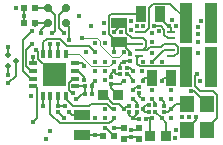
<source format=gbr>
G04 #@! TF.GenerationSoftware,KiCad,Pcbnew,(5.1.0)-1*
G04 #@! TF.CreationDate,2019-09-19T19:12:12-07:00*
G04 #@! TF.ProjectId,WireFreeV4_Release,57697265-4672-4656-9556-345f52656c65,rev?*
G04 #@! TF.SameCoordinates,Original*
G04 #@! TF.FileFunction,Copper,L6,Bot*
G04 #@! TF.FilePolarity,Positive*
%FSLAX46Y46*%
G04 Gerber Fmt 4.6, Leading zero omitted, Abs format (unit mm)*
G04 Created by KiCad (PCBNEW (5.1.0)-1) date 2019-09-19 19:12:12*
%MOMM*%
%LPD*%
G04 APERTURE LIST*
%ADD10R,0.930000X1.320000*%
%ADD11R,1.000000X3.400000*%
%ADD12R,1.200000X1.400000*%
%ADD13R,0.320000X0.740000*%
%ADD14R,0.740000X0.320000*%
%ADD15R,1.050000X1.050000*%
%ADD16R,0.660000X0.260000*%
%ADD17R,0.490000X0.560000*%
%ADD18R,0.560000X0.490000*%
%ADD19R,0.890000X0.920000*%
%ADD20C,0.700000*%
%ADD21C,0.508000*%
%ADD22R,1.320000X0.930000*%
%ADD23R,0.340000X0.310000*%
%ADD24R,0.310000X0.340000*%
%ADD25R,0.580000X0.630000*%
%ADD26C,0.450000*%
%ADD27C,0.152400*%
%ADD28C,0.101600*%
G04 APERTURE END LIST*
D10*
X129113700Y-89730580D03*
X130753700Y-89730580D03*
D11*
X135063920Y-90474800D03*
X132963920Y-90474800D03*
D12*
X134691860Y-99491800D03*
X134691860Y-97291800D03*
X132991860Y-97291800D03*
X132991860Y-99491800D03*
D13*
X122760380Y-96656380D03*
X122110380Y-96656380D03*
X121460380Y-96656380D03*
X120810380Y-96656380D03*
D14*
X119990380Y-95836380D03*
X119990380Y-95186380D03*
X119990380Y-94536380D03*
X119990380Y-93886380D03*
D13*
X120810380Y-93066380D03*
X121460380Y-93066380D03*
X122110380Y-93066380D03*
X122760380Y-93066380D03*
D14*
X123580380Y-93886380D03*
X123580380Y-94536380D03*
X123580380Y-95186380D03*
X123580380Y-95836380D03*
D15*
X121310380Y-95336380D03*
X121310380Y-94386380D03*
X122260380Y-95336380D03*
X122260380Y-94386380D03*
D16*
X128989860Y-91257880D03*
X128989860Y-91757880D03*
X128989860Y-92257880D03*
X128989860Y-92757880D03*
X128989860Y-93257880D03*
X131659860Y-93257880D03*
X131659860Y-92757880D03*
X131659860Y-92257880D03*
X131659860Y-91757880D03*
X131659860Y-91257880D03*
D17*
X120144540Y-90512900D03*
X119234540Y-90512900D03*
X120145220Y-89192100D03*
X119235220Y-89192100D03*
D18*
X128927860Y-100261420D03*
X128927860Y-99351420D03*
X127657860Y-100256340D03*
X127657860Y-99346340D03*
D19*
X131254500Y-100048060D03*
X129924500Y-100048060D03*
X127204780Y-96580960D03*
X125874780Y-96580960D03*
D11*
X135076620Y-94200980D03*
X132976620Y-94200980D03*
D20*
X122745500Y-90505280D03*
X121221500Y-89235280D03*
X121221500Y-90505280D03*
X122745500Y-89235280D03*
D21*
X117894100Y-93182440D03*
X118503700Y-93665039D03*
X117894100Y-94147639D03*
D22*
X124147580Y-99932920D03*
X124147580Y-98292920D03*
D23*
X128940560Y-96424840D03*
X128940560Y-95874840D03*
X127972820Y-94826500D03*
X127972820Y-94276500D03*
D24*
X129775540Y-98044000D03*
X130325540Y-98044000D03*
D23*
X128148080Y-97461660D03*
X128148080Y-98011660D03*
D24*
X129781300Y-97429320D03*
X130331300Y-97429320D03*
D23*
X126601220Y-95074060D03*
X126601220Y-95624060D03*
X128214120Y-93126560D03*
X128214120Y-93676560D03*
X127355600Y-94826500D03*
X127355600Y-94276500D03*
X131102100Y-98013520D03*
X131102100Y-97463520D03*
D24*
X128983060Y-98633280D03*
X129533060Y-98633280D03*
D23*
X128783080Y-98011660D03*
X128783080Y-97461660D03*
D25*
X125911880Y-100078540D03*
X126801880Y-100078540D03*
D24*
X124956660Y-95836740D03*
X124406660Y-95836740D03*
X124958520Y-96466660D03*
X124408520Y-96466660D03*
D23*
X122110500Y-98031980D03*
X122110500Y-97481980D03*
D10*
X130041220Y-95092520D03*
X131681220Y-95092520D03*
D22*
X127261620Y-92087700D03*
X127261620Y-90447700D03*
D26*
X119829580Y-96649540D03*
X122580400Y-98501200D03*
X125242320Y-99933760D03*
X128292860Y-100162360D03*
X124310140Y-94089220D03*
X120238520Y-92781120D03*
X117891560Y-92504260D03*
X121066560Y-100279200D03*
X121452640Y-99585780D03*
X118518940Y-89171780D03*
X128463040Y-98536760D03*
X132062220Y-99501960D03*
X131660900Y-97750840D03*
X129265680Y-96936560D03*
X129293620Y-97750840D03*
X130063240Y-96124820D03*
X126865380Y-94548341D03*
X126862840Y-92937120D03*
X129265380Y-95353952D03*
X128468120Y-95353952D03*
X125260100Y-95359895D03*
X123063000Y-91948000D03*
X133858000Y-94767400D03*
X130248660Y-90728800D03*
X132036820Y-100208080D03*
X126842520Y-91269820D03*
X122717560Y-97482660D03*
X126039880Y-99402900D03*
X119234540Y-89855720D03*
X128468097Y-96124820D03*
X130863340Y-96945240D03*
X128468120Y-96930420D03*
X127662940Y-93742739D03*
X130867360Y-95353952D03*
X130065780Y-91340940D03*
X130061750Y-93734670D03*
X122084750Y-92276010D03*
X122593100Y-91315540D03*
X135351520Y-95039180D03*
X117894100Y-94896940D03*
X123040140Y-98031300D03*
X123642118Y-96923860D03*
X135063920Y-90474800D03*
X131476805Y-90747319D03*
X134148610Y-95412560D03*
X131658360Y-98553060D03*
X133319520Y-96248220D03*
X133786880Y-98397060D03*
X130063240Y-98536760D03*
X127662940Y-95353952D03*
X130864009Y-98536938D03*
X130060700Y-96939100D03*
X127654260Y-97750840D03*
X128463040Y-94543251D03*
X119895620Y-91147900D03*
X119903240Y-92240100D03*
X123342203Y-96419967D03*
X119987060Y-93345000D03*
X124336722Y-95276717D03*
X119989600Y-98846640D03*
X123918980Y-89910920D03*
X132097780Y-90751660D03*
X127662940Y-92932049D03*
X124104400Y-91734638D03*
X124866398Y-90726260D03*
X129249618Y-94543880D03*
X126062740Y-92128959D03*
X125997750Y-90504767D03*
X127451406Y-91262011D03*
X130063240Y-92116690D03*
X128269350Y-91089712D03*
X125256080Y-92137450D03*
X124454920Y-92928440D03*
X128289260Y-90335100D03*
X128754707Y-90749120D03*
X125265180Y-93748672D03*
X129307240Y-90752580D03*
X125265180Y-94554283D03*
X131790440Y-90251280D03*
X130063240Y-92995970D03*
X130872440Y-93734670D03*
X133920450Y-91417140D03*
X130642360Y-91180920D03*
X133920450Y-90832212D03*
X129261863Y-93737220D03*
X134222000Y-90288996D03*
X131663440Y-96139000D03*
X133920450Y-92046681D03*
X126853977Y-93742730D03*
X125265180Y-98539300D03*
X121460260Y-92252800D03*
X125265180Y-92943061D03*
X120810020Y-97459800D03*
X125992680Y-91310368D03*
X126858235Y-98535215D03*
X126848650Y-97750850D03*
X133920450Y-93050297D03*
X126067820Y-94554283D03*
X126060200Y-97744280D03*
X132615940Y-98397060D03*
X128295400Y-99491800D03*
X126060200Y-98536760D03*
X126870460Y-99380040D03*
X133207760Y-98397060D03*
X131664574Y-96936139D03*
X117899180Y-95547180D03*
X126065280Y-93742309D03*
X120672429Y-91277440D03*
X126065280Y-95338900D03*
X121612660Y-91335860D03*
D27*
X122110500Y-98031980D02*
X122111180Y-98031980D01*
X122111180Y-98031980D02*
X122580400Y-98501200D01*
X124147580Y-99932920D02*
X125241480Y-99932920D01*
X125241480Y-99932920D02*
X125242320Y-99933760D01*
X125767100Y-99933760D02*
X125242320Y-99933760D01*
X125911880Y-100078540D02*
X125767100Y-99933760D01*
X127657860Y-100165580D02*
X128289640Y-100165580D01*
X128289640Y-100165580D02*
X128292860Y-100162360D01*
X124958520Y-95838600D02*
X124956660Y-95836740D01*
X124958520Y-96466660D02*
X124958520Y-95838600D01*
X122260380Y-95336380D02*
X121310380Y-95336380D01*
X121310380Y-95336380D02*
X121310380Y-94386380D01*
X121310380Y-94386380D02*
X122260380Y-94386380D01*
X122260380Y-94386380D02*
X122260380Y-95336380D01*
X123580380Y-93886380D02*
X124107300Y-93886380D01*
X124107300Y-93886380D02*
X124310140Y-94089220D01*
X120413780Y-92956380D02*
X120238520Y-92781120D01*
X121310380Y-94386380D02*
X120413780Y-93489780D01*
X120413780Y-93489780D02*
X120413780Y-92956380D01*
X117894100Y-93182440D02*
X117894100Y-92506800D01*
X117894100Y-92506800D02*
X117891560Y-92504260D01*
X128148080Y-98011660D02*
X128148080Y-98221800D01*
X128148080Y-98221800D02*
X128463040Y-98536760D01*
X128783080Y-98216720D02*
X128463040Y-98536760D01*
X128783080Y-98011660D02*
X128783080Y-98216720D01*
X132991860Y-97291800D02*
X132119940Y-97291800D01*
X132119940Y-97291800D02*
X131660900Y-97750840D01*
X134689320Y-99391800D02*
X135534400Y-98546720D01*
X134689320Y-99491800D02*
X134689320Y-99391800D01*
X128940560Y-96611440D02*
X129265680Y-96936560D01*
X128940560Y-96424840D02*
X128940560Y-96611440D01*
X128828800Y-100162360D02*
X128927860Y-100261420D01*
X128292860Y-100162360D02*
X128828800Y-100162360D01*
X128526540Y-98600260D02*
X128463040Y-98536760D01*
X128983060Y-98600260D02*
X128526540Y-98600260D01*
X131398220Y-98013520D02*
X131660900Y-97750840D01*
X131102100Y-98013520D02*
X131398220Y-98013520D01*
X129293620Y-97655380D02*
X129293620Y-97750840D01*
X129788240Y-97396300D02*
X129552700Y-97396300D01*
X129552700Y-97396300D02*
X129293620Y-97655380D01*
X129293620Y-97820480D02*
X129293620Y-97750840D01*
X129788240Y-98018600D02*
X129491740Y-98018600D01*
X129491740Y-98018600D02*
X129293620Y-97820480D01*
X126601220Y-94766660D02*
X126819539Y-94548341D01*
X127033200Y-94826500D02*
X126865380Y-94658680D01*
X126865380Y-94658680D02*
X126865380Y-94548341D01*
X126819539Y-94548341D02*
X126865380Y-94548341D01*
X126601220Y-95074060D02*
X126601220Y-94766660D01*
X127355600Y-94826500D02*
X127033200Y-94826500D01*
X128468120Y-95306800D02*
X128468120Y-95353952D01*
X129423820Y-95092520D02*
X129265380Y-95250960D01*
X129265380Y-95250960D02*
X129265380Y-95353952D01*
X127972820Y-94826500D02*
X127987820Y-94826500D01*
X130041220Y-95092520D02*
X129423820Y-95092520D01*
X127987820Y-94826500D02*
X128468120Y-95306800D01*
X128989860Y-92257880D02*
X127615100Y-92257880D01*
X125035101Y-95584894D02*
X125260100Y-95359895D01*
X124958520Y-95661475D02*
X125035101Y-95584894D01*
X124958520Y-96466660D02*
X124958520Y-95661475D01*
X123063000Y-90822780D02*
X123063000Y-91948000D01*
X122745500Y-90505280D02*
X123063000Y-90822780D01*
X133670040Y-94955360D02*
X133858000Y-94767400D01*
X133670040Y-95798640D02*
X133670040Y-94955360D01*
X134132320Y-96260920D02*
X133670040Y-95798640D01*
X135257540Y-96260920D02*
X134132320Y-96260920D01*
X135536940Y-98546720D02*
X135536940Y-96540320D01*
X135536940Y-96540320D02*
X135257540Y-96260920D01*
X128214120Y-92894580D02*
X127398780Y-92079240D01*
X128214120Y-93126560D02*
X128214120Y-92894580D01*
X127431800Y-92257880D02*
X127261620Y-92087700D01*
X128989860Y-92257880D02*
X127431800Y-92257880D01*
X126862840Y-92486480D02*
X126862840Y-92937120D01*
X127261620Y-92087700D02*
X126862840Y-92486480D01*
X131114800Y-91492862D02*
X131114800Y-91046300D01*
X131660240Y-91757500D02*
X131379438Y-91757500D01*
X131114800Y-91046300D02*
X130797300Y-90728800D01*
X131379438Y-91757500D02*
X131114800Y-91492862D01*
X130797300Y-90728800D02*
X130248660Y-90728800D01*
X128498420Y-89697560D02*
X129115820Y-89697560D01*
X126400560Y-91424006D02*
X126400560Y-89863718D01*
X126566718Y-89697560D02*
X128498420Y-89697560D01*
X127261620Y-92087700D02*
X127064254Y-92087700D01*
X127064254Y-92087700D02*
X126400560Y-91424006D01*
X126400560Y-89863718D02*
X126566718Y-89697560D01*
X131970780Y-92257880D02*
X131659860Y-92257880D01*
X132234940Y-92522040D02*
X131970780Y-92257880D01*
X132234940Y-92979240D02*
X132234940Y-92522040D01*
X131659860Y-93257880D02*
X131956300Y-93257880D01*
X131956300Y-93257880D02*
X132234940Y-92979240D01*
X129276220Y-91757880D02*
X128989860Y-91757880D01*
X129552700Y-92034360D02*
X129276220Y-91757880D01*
X129552700Y-92475082D02*
X129552700Y-92034360D01*
X128989860Y-92757880D02*
X129269902Y-92757880D01*
X129269902Y-92757880D02*
X129552700Y-92475082D01*
X127398780Y-90439240D02*
X127292100Y-90439240D01*
X128341372Y-91757880D02*
X127866549Y-91283057D01*
X127866549Y-91283057D02*
X127866549Y-90869329D01*
X128989860Y-91757880D02*
X128341372Y-91757880D01*
X127866549Y-90869329D02*
X127434340Y-90437120D01*
X131654780Y-92262960D02*
X131069080Y-92262960D01*
X131659860Y-92257880D02*
X131654780Y-92262960D01*
X131069080Y-92262960D02*
X130789680Y-92542360D01*
X127261620Y-90447700D02*
X127261620Y-90850720D01*
X127261620Y-90850720D02*
X126842520Y-91269820D01*
X130787140Y-92544900D02*
X129865120Y-92544900D01*
X129862580Y-92542360D02*
X129647060Y-92757880D01*
X129472260Y-92757880D02*
X128989860Y-92757880D01*
X129647060Y-92757880D02*
X129472260Y-92757880D01*
X122110500Y-96656500D02*
X122110380Y-96656380D01*
X122110500Y-97481980D02*
X122110500Y-96656500D01*
X122110500Y-97481980D02*
X122716880Y-97481980D01*
X122716880Y-97481980D02*
X122717560Y-97482660D01*
X126801880Y-100078540D02*
X126801880Y-100053540D01*
X126151240Y-99402900D02*
X126039880Y-99402900D01*
X126801880Y-100053540D02*
X126151240Y-99402900D01*
X119234540Y-89192780D02*
X119235220Y-89192100D01*
X119234540Y-89855720D02*
X119234540Y-89192780D01*
X119234540Y-90512900D02*
X119234540Y-89855720D01*
X128718077Y-95874840D02*
X128468097Y-96124820D01*
X128940560Y-95874840D02*
X128718077Y-95874840D01*
X131102100Y-97184000D02*
X130863340Y-96945240D01*
X131102100Y-97463520D02*
X131102100Y-97184000D01*
X128783080Y-97245380D02*
X128468120Y-96930420D01*
X128783080Y-97461660D02*
X128783080Y-97245380D01*
X127355600Y-94276500D02*
X127355600Y-93969100D01*
X127581961Y-93742739D02*
X127662940Y-93742739D01*
X127355600Y-93969100D02*
X127581961Y-93742739D01*
X131681220Y-95092520D02*
X131063820Y-95092520D01*
X130867360Y-95288980D02*
X130867360Y-95353952D01*
X131063820Y-95092520D02*
X130867360Y-95288980D01*
X127729119Y-93676560D02*
X127662940Y-93742739D01*
X128214120Y-93676560D02*
X127729119Y-93676560D01*
X131659860Y-92757880D02*
X131038540Y-92757880D01*
X131038540Y-92757880D02*
X130286749Y-93509671D01*
X130286749Y-93509671D02*
X130061750Y-93734670D01*
X122110380Y-93066380D02*
X122110380Y-92301640D01*
X122110380Y-92301640D02*
X122084750Y-92276010D01*
X122153680Y-90876120D02*
X122593100Y-91315540D01*
X122745500Y-89235280D02*
X122153680Y-89827100D01*
X122153680Y-89827100D02*
X122153680Y-90876120D01*
X117894100Y-94896940D02*
X117894100Y-94147639D01*
X124147580Y-98292920D02*
X123301760Y-98292920D01*
X123301760Y-98292920D02*
X123040140Y-98031300D01*
X124406660Y-96464800D02*
X124408520Y-96466660D01*
X124406660Y-95836740D02*
X124406660Y-96464800D01*
X123580740Y-95836740D02*
X123580380Y-95836380D01*
X124406660Y-95836740D02*
X123580740Y-95836740D01*
X124099318Y-96466660D02*
X123867117Y-96698861D01*
X124408520Y-96466660D02*
X124099318Y-96466660D01*
X123867117Y-96698861D02*
X123642118Y-96923860D01*
X131251806Y-90522320D02*
X131476805Y-90747319D01*
X130755820Y-90026334D02*
X131251806Y-90522320D01*
X131659860Y-90930374D02*
X131476805Y-90747319D01*
X131659860Y-91257880D02*
X131659860Y-90930374D01*
X130755820Y-89697560D02*
X130755820Y-90026334D01*
X134669000Y-97228300D02*
X134669000Y-97128300D01*
X134662280Y-97294520D02*
X134662280Y-97194520D01*
X133637718Y-96248220D02*
X133319520Y-96248220D01*
X133647180Y-96248220D02*
X133637718Y-96248220D01*
X134691860Y-97291800D02*
X134690760Y-97291800D01*
X134690760Y-97291800D02*
X133647180Y-96248220D01*
X133786880Y-98658680D02*
X133786880Y-98397060D01*
X132991860Y-99491800D02*
X132991860Y-99453700D01*
X132991860Y-99453700D02*
X133786880Y-98658680D01*
X129924500Y-100048060D02*
X129924500Y-98675500D01*
X129924500Y-98675500D02*
X130063240Y-98536760D01*
X129629580Y-98536760D02*
X130063240Y-98536760D01*
X129533060Y-98633280D02*
X129629580Y-98536760D01*
X126601220Y-95977400D02*
X126601220Y-95624060D01*
X127204780Y-96580960D02*
X126601220Y-95977400D01*
X126601220Y-95624060D02*
X127392832Y-95624060D01*
X127392832Y-95624060D02*
X127437941Y-95578951D01*
X127437941Y-95578951D02*
X127662940Y-95353952D01*
X128196289Y-94276500D02*
X128463040Y-94543251D01*
X127972820Y-94276500D02*
X128196289Y-94276500D01*
X131254500Y-100048060D02*
X131254500Y-98927429D01*
X131254500Y-98927429D02*
X130864009Y-98536938D01*
X130345671Y-98018600D02*
X130864009Y-98536938D01*
X130338240Y-98018600D02*
X130345671Y-98018600D01*
X130331300Y-97209700D02*
X130060700Y-96939100D01*
X130331300Y-97429320D02*
X130331300Y-97209700D01*
X127228600Y-97325180D02*
X127654260Y-97750840D01*
X126782204Y-97325180D02*
X127228600Y-97325180D01*
X125874780Y-96580960D02*
X126037984Y-96580960D01*
X126037984Y-96580960D02*
X126782204Y-97325180D01*
X127943440Y-97461660D02*
X127654260Y-97750840D01*
X128148080Y-97461660D02*
X127943440Y-97461660D01*
X119110760Y-91932760D02*
X119895620Y-91147900D01*
X119110760Y-94516760D02*
X119110760Y-91932760D01*
X119990380Y-95186380D02*
X119780380Y-95186380D01*
X119780380Y-95186380D02*
X119110760Y-94516760D01*
X119392700Y-92750640D02*
X119903240Y-92240100D01*
X119392700Y-94148700D02*
X119392700Y-92750640D01*
X119990380Y-94536380D02*
X119780380Y-94536380D01*
X119780380Y-94536380D02*
X119392700Y-94148700D01*
X123032579Y-95524181D02*
X123032579Y-96110343D01*
X123117204Y-96194968D02*
X123342203Y-96419967D01*
X123370380Y-95186380D02*
X123032579Y-95524181D01*
X123032579Y-96110343D02*
X123117204Y-96194968D01*
X123580380Y-95186380D02*
X123370380Y-95186380D01*
X119990380Y-93886380D02*
X119990380Y-93348320D01*
X119990380Y-93348320D02*
X119987060Y-93345000D01*
X124336722Y-95082722D02*
X124336722Y-95276717D01*
X123580380Y-94536380D02*
X123790380Y-94536380D01*
X123790380Y-94536380D02*
X124336722Y-95082722D01*
X120286780Y-98549460D02*
X119989600Y-98846640D01*
X120286780Y-95849440D02*
X120286780Y-98549460D01*
X119990380Y-95836380D02*
X120003440Y-95849440D01*
X120003440Y-95849440D02*
X120286780Y-95849440D01*
D28*
X127437941Y-93157048D02*
X127662940Y-92932049D01*
X124104400Y-91734638D02*
X125440438Y-91734638D01*
X125440438Y-91734638D02*
X125666500Y-91960700D01*
X125666500Y-91960700D02*
X125666500Y-92359005D01*
X126647415Y-93339920D02*
X127255069Y-93339920D01*
X125666500Y-92359005D02*
X126647415Y-93339920D01*
X127255069Y-93339920D02*
X127437941Y-93157048D01*
D27*
X128954020Y-93257880D02*
X128805940Y-93405960D01*
X128989860Y-93257880D02*
X128954020Y-93257880D01*
X128805940Y-93405960D02*
X128805940Y-93913960D01*
X132928360Y-94152720D02*
X132976620Y-94200980D01*
X128805940Y-93913960D02*
X129033059Y-94141079D01*
X129033059Y-94141079D02*
X132916719Y-94141079D01*
X132916719Y-94141079D02*
X132928360Y-94152720D01*
X132989320Y-90556660D02*
X132967040Y-90578940D01*
X132989320Y-90258900D02*
X132989320Y-90556660D01*
X129442720Y-91257880D02*
X129796540Y-90904060D01*
X128989860Y-91257880D02*
X129442720Y-91257880D01*
X129796540Y-90904060D02*
X129796540Y-89211798D01*
X129796540Y-89211798D02*
X130136278Y-88872060D01*
X130136278Y-88872060D02*
X131602480Y-88872060D01*
X131602480Y-88872060D02*
X132989320Y-90258900D01*
D28*
X123021980Y-93066380D02*
X122760380Y-93066380D01*
X123845854Y-93066380D02*
X123021980Y-93066380D01*
X124930947Y-94151473D02*
X123845854Y-93066380D01*
X126445234Y-94151473D02*
X124930947Y-94151473D01*
X126853977Y-93742730D02*
X126445234Y-94151473D01*
D27*
X121460380Y-93066380D02*
X121460380Y-92252920D01*
X121460380Y-92252920D02*
X121460260Y-92252800D01*
X125040181Y-92718062D02*
X125265180Y-92943061D01*
X120810380Y-93066380D02*
X120810380Y-92107660D01*
X120810380Y-92107660D02*
X121130060Y-91787980D01*
X121130060Y-91787980D02*
X122240040Y-91787980D01*
X122240040Y-91787980D02*
X122859800Y-92407740D01*
X122859800Y-92407740D02*
X124729859Y-92407740D01*
X124729859Y-92407740D02*
X125040181Y-92718062D01*
X120810380Y-96656380D02*
X120810380Y-97459440D01*
X120810380Y-97459440D02*
X120810020Y-97459800D01*
X126414730Y-98978720D02*
X126633236Y-98760214D01*
X126633236Y-98760214D02*
X126858235Y-98535215D01*
X121460380Y-96656380D02*
X121460380Y-98186360D01*
X122252740Y-98978720D02*
X126414730Y-98978720D01*
X121460380Y-98186360D02*
X122252740Y-98978720D01*
X126689070Y-97750850D02*
X126848650Y-97750850D01*
X123389360Y-97495360D02*
X124752100Y-97495360D01*
X122760380Y-96656380D02*
X122760380Y-96866380D01*
X124752100Y-97495360D02*
X124932440Y-97315020D01*
X122760380Y-96866380D02*
X123389360Y-97495360D01*
X124932440Y-97315020D02*
X126253240Y-97315020D01*
X126253240Y-97315020D02*
X126689070Y-97750850D01*
X128787480Y-99491800D02*
X128927860Y-99351420D01*
X128295400Y-99491800D02*
X128787480Y-99491800D01*
X127624160Y-99380040D02*
X127657860Y-99346340D01*
X126870460Y-99380040D02*
X127624160Y-99380040D01*
X118503700Y-94942660D02*
X118503700Y-93665039D01*
X117899180Y-95547180D02*
X118503700Y-94942660D01*
X120152160Y-90505280D02*
X120144540Y-90512900D01*
X121221500Y-90505280D02*
X120152160Y-90505280D01*
X120144540Y-90512900D02*
X120144540Y-90695780D01*
X120672429Y-91054351D02*
X120672429Y-91277440D01*
X121221500Y-90505280D02*
X120672429Y-91054351D01*
X120188400Y-89235280D02*
X120145220Y-89192100D01*
X121221500Y-89235280D02*
X120188400Y-89235280D01*
X121823480Y-91125040D02*
X121612660Y-91335860D01*
X121221500Y-89235280D02*
X121823480Y-89837260D01*
X121823480Y-89837260D02*
X121823480Y-91125040D01*
M02*

</source>
